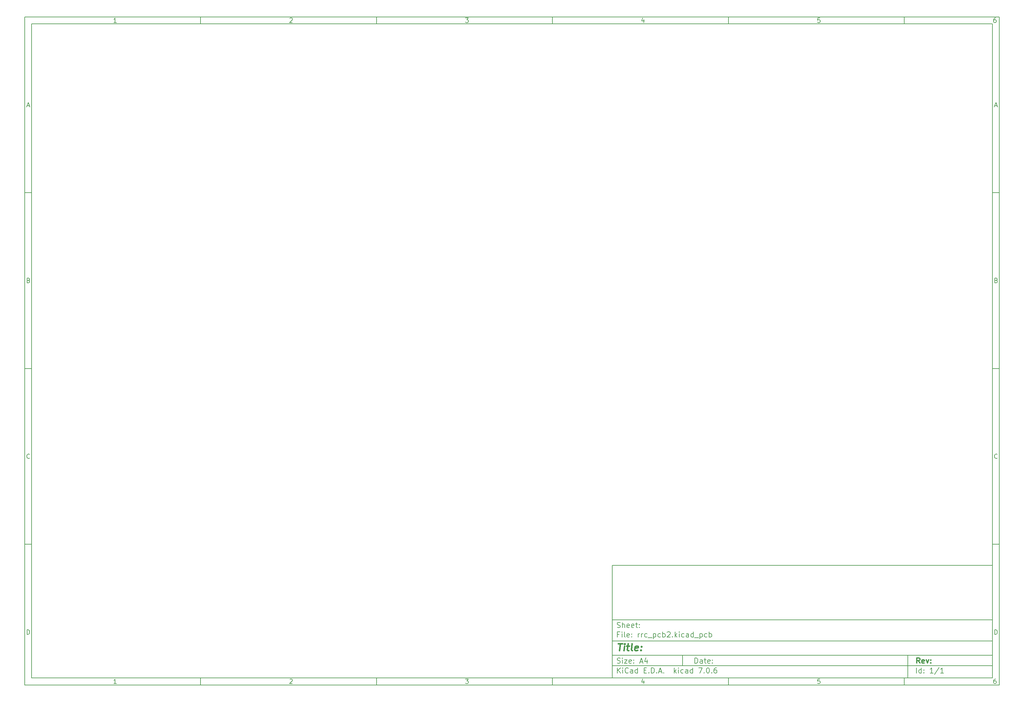
<source format=gbr>
%TF.GenerationSoftware,KiCad,Pcbnew,7.0.6*%
%TF.CreationDate,2023-08-10T16:49:52-04:00*%
%TF.ProjectId,rrc_pcb2,7272635f-7063-4623-922e-6b696361645f,rev?*%
%TF.SameCoordinates,Original*%
%TF.FileFunction,Other,User*%
%FSLAX46Y46*%
G04 Gerber Fmt 4.6, Leading zero omitted, Abs format (unit mm)*
G04 Created by KiCad (PCBNEW 7.0.6) date 2023-08-10 16:49:52*
%MOMM*%
%LPD*%
G01*
G04 APERTURE LIST*
%ADD10C,0.100000*%
%ADD11C,0.150000*%
%ADD12C,0.300000*%
%ADD13C,0.400000*%
G04 APERTURE END LIST*
D10*
D11*
X177002200Y-166007200D02*
X285002200Y-166007200D01*
X285002200Y-198007200D01*
X177002200Y-198007200D01*
X177002200Y-166007200D01*
D10*
D11*
X10000000Y-10000000D02*
X287002200Y-10000000D01*
X287002200Y-200007200D01*
X10000000Y-200007200D01*
X10000000Y-10000000D01*
D10*
D11*
X12000000Y-12000000D02*
X285002200Y-12000000D01*
X285002200Y-198007200D01*
X12000000Y-198007200D01*
X12000000Y-12000000D01*
D10*
D11*
X60000000Y-12000000D02*
X60000000Y-10000000D01*
D10*
D11*
X110000000Y-12000000D02*
X110000000Y-10000000D01*
D10*
D11*
X160000000Y-12000000D02*
X160000000Y-10000000D01*
D10*
D11*
X210000000Y-12000000D02*
X210000000Y-10000000D01*
D10*
D11*
X260000000Y-12000000D02*
X260000000Y-10000000D01*
D10*
D11*
X36089160Y-11593604D02*
X35346303Y-11593604D01*
X35717731Y-11593604D02*
X35717731Y-10293604D01*
X35717731Y-10293604D02*
X35593922Y-10479319D01*
X35593922Y-10479319D02*
X35470112Y-10603128D01*
X35470112Y-10603128D02*
X35346303Y-10665033D01*
D10*
D11*
X85346303Y-10417414D02*
X85408207Y-10355509D01*
X85408207Y-10355509D02*
X85532017Y-10293604D01*
X85532017Y-10293604D02*
X85841541Y-10293604D01*
X85841541Y-10293604D02*
X85965350Y-10355509D01*
X85965350Y-10355509D02*
X86027255Y-10417414D01*
X86027255Y-10417414D02*
X86089160Y-10541223D01*
X86089160Y-10541223D02*
X86089160Y-10665033D01*
X86089160Y-10665033D02*
X86027255Y-10850747D01*
X86027255Y-10850747D02*
X85284398Y-11593604D01*
X85284398Y-11593604D02*
X86089160Y-11593604D01*
D10*
D11*
X135284398Y-10293604D02*
X136089160Y-10293604D01*
X136089160Y-10293604D02*
X135655826Y-10788842D01*
X135655826Y-10788842D02*
X135841541Y-10788842D01*
X135841541Y-10788842D02*
X135965350Y-10850747D01*
X135965350Y-10850747D02*
X136027255Y-10912652D01*
X136027255Y-10912652D02*
X136089160Y-11036461D01*
X136089160Y-11036461D02*
X136089160Y-11345985D01*
X136089160Y-11345985D02*
X136027255Y-11469795D01*
X136027255Y-11469795D02*
X135965350Y-11531700D01*
X135965350Y-11531700D02*
X135841541Y-11593604D01*
X135841541Y-11593604D02*
X135470112Y-11593604D01*
X135470112Y-11593604D02*
X135346303Y-11531700D01*
X135346303Y-11531700D02*
X135284398Y-11469795D01*
D10*
D11*
X185965350Y-10726938D02*
X185965350Y-11593604D01*
X185655826Y-10231700D02*
X185346303Y-11160271D01*
X185346303Y-11160271D02*
X186151064Y-11160271D01*
D10*
D11*
X236027255Y-10293604D02*
X235408207Y-10293604D01*
X235408207Y-10293604D02*
X235346303Y-10912652D01*
X235346303Y-10912652D02*
X235408207Y-10850747D01*
X235408207Y-10850747D02*
X235532017Y-10788842D01*
X235532017Y-10788842D02*
X235841541Y-10788842D01*
X235841541Y-10788842D02*
X235965350Y-10850747D01*
X235965350Y-10850747D02*
X236027255Y-10912652D01*
X236027255Y-10912652D02*
X236089160Y-11036461D01*
X236089160Y-11036461D02*
X236089160Y-11345985D01*
X236089160Y-11345985D02*
X236027255Y-11469795D01*
X236027255Y-11469795D02*
X235965350Y-11531700D01*
X235965350Y-11531700D02*
X235841541Y-11593604D01*
X235841541Y-11593604D02*
X235532017Y-11593604D01*
X235532017Y-11593604D02*
X235408207Y-11531700D01*
X235408207Y-11531700D02*
X235346303Y-11469795D01*
D10*
D11*
X285965350Y-10293604D02*
X285717731Y-10293604D01*
X285717731Y-10293604D02*
X285593922Y-10355509D01*
X285593922Y-10355509D02*
X285532017Y-10417414D01*
X285532017Y-10417414D02*
X285408207Y-10603128D01*
X285408207Y-10603128D02*
X285346303Y-10850747D01*
X285346303Y-10850747D02*
X285346303Y-11345985D01*
X285346303Y-11345985D02*
X285408207Y-11469795D01*
X285408207Y-11469795D02*
X285470112Y-11531700D01*
X285470112Y-11531700D02*
X285593922Y-11593604D01*
X285593922Y-11593604D02*
X285841541Y-11593604D01*
X285841541Y-11593604D02*
X285965350Y-11531700D01*
X285965350Y-11531700D02*
X286027255Y-11469795D01*
X286027255Y-11469795D02*
X286089160Y-11345985D01*
X286089160Y-11345985D02*
X286089160Y-11036461D01*
X286089160Y-11036461D02*
X286027255Y-10912652D01*
X286027255Y-10912652D02*
X285965350Y-10850747D01*
X285965350Y-10850747D02*
X285841541Y-10788842D01*
X285841541Y-10788842D02*
X285593922Y-10788842D01*
X285593922Y-10788842D02*
X285470112Y-10850747D01*
X285470112Y-10850747D02*
X285408207Y-10912652D01*
X285408207Y-10912652D02*
X285346303Y-11036461D01*
D10*
D11*
X60000000Y-198007200D02*
X60000000Y-200007200D01*
D10*
D11*
X110000000Y-198007200D02*
X110000000Y-200007200D01*
D10*
D11*
X160000000Y-198007200D02*
X160000000Y-200007200D01*
D10*
D11*
X210000000Y-198007200D02*
X210000000Y-200007200D01*
D10*
D11*
X260000000Y-198007200D02*
X260000000Y-200007200D01*
D10*
D11*
X36089160Y-199600804D02*
X35346303Y-199600804D01*
X35717731Y-199600804D02*
X35717731Y-198300804D01*
X35717731Y-198300804D02*
X35593922Y-198486519D01*
X35593922Y-198486519D02*
X35470112Y-198610328D01*
X35470112Y-198610328D02*
X35346303Y-198672233D01*
D10*
D11*
X85346303Y-198424614D02*
X85408207Y-198362709D01*
X85408207Y-198362709D02*
X85532017Y-198300804D01*
X85532017Y-198300804D02*
X85841541Y-198300804D01*
X85841541Y-198300804D02*
X85965350Y-198362709D01*
X85965350Y-198362709D02*
X86027255Y-198424614D01*
X86027255Y-198424614D02*
X86089160Y-198548423D01*
X86089160Y-198548423D02*
X86089160Y-198672233D01*
X86089160Y-198672233D02*
X86027255Y-198857947D01*
X86027255Y-198857947D02*
X85284398Y-199600804D01*
X85284398Y-199600804D02*
X86089160Y-199600804D01*
D10*
D11*
X135284398Y-198300804D02*
X136089160Y-198300804D01*
X136089160Y-198300804D02*
X135655826Y-198796042D01*
X135655826Y-198796042D02*
X135841541Y-198796042D01*
X135841541Y-198796042D02*
X135965350Y-198857947D01*
X135965350Y-198857947D02*
X136027255Y-198919852D01*
X136027255Y-198919852D02*
X136089160Y-199043661D01*
X136089160Y-199043661D02*
X136089160Y-199353185D01*
X136089160Y-199353185D02*
X136027255Y-199476995D01*
X136027255Y-199476995D02*
X135965350Y-199538900D01*
X135965350Y-199538900D02*
X135841541Y-199600804D01*
X135841541Y-199600804D02*
X135470112Y-199600804D01*
X135470112Y-199600804D02*
X135346303Y-199538900D01*
X135346303Y-199538900D02*
X135284398Y-199476995D01*
D10*
D11*
X185965350Y-198734138D02*
X185965350Y-199600804D01*
X185655826Y-198238900D02*
X185346303Y-199167471D01*
X185346303Y-199167471D02*
X186151064Y-199167471D01*
D10*
D11*
X236027255Y-198300804D02*
X235408207Y-198300804D01*
X235408207Y-198300804D02*
X235346303Y-198919852D01*
X235346303Y-198919852D02*
X235408207Y-198857947D01*
X235408207Y-198857947D02*
X235532017Y-198796042D01*
X235532017Y-198796042D02*
X235841541Y-198796042D01*
X235841541Y-198796042D02*
X235965350Y-198857947D01*
X235965350Y-198857947D02*
X236027255Y-198919852D01*
X236027255Y-198919852D02*
X236089160Y-199043661D01*
X236089160Y-199043661D02*
X236089160Y-199353185D01*
X236089160Y-199353185D02*
X236027255Y-199476995D01*
X236027255Y-199476995D02*
X235965350Y-199538900D01*
X235965350Y-199538900D02*
X235841541Y-199600804D01*
X235841541Y-199600804D02*
X235532017Y-199600804D01*
X235532017Y-199600804D02*
X235408207Y-199538900D01*
X235408207Y-199538900D02*
X235346303Y-199476995D01*
D10*
D11*
X285965350Y-198300804D02*
X285717731Y-198300804D01*
X285717731Y-198300804D02*
X285593922Y-198362709D01*
X285593922Y-198362709D02*
X285532017Y-198424614D01*
X285532017Y-198424614D02*
X285408207Y-198610328D01*
X285408207Y-198610328D02*
X285346303Y-198857947D01*
X285346303Y-198857947D02*
X285346303Y-199353185D01*
X285346303Y-199353185D02*
X285408207Y-199476995D01*
X285408207Y-199476995D02*
X285470112Y-199538900D01*
X285470112Y-199538900D02*
X285593922Y-199600804D01*
X285593922Y-199600804D02*
X285841541Y-199600804D01*
X285841541Y-199600804D02*
X285965350Y-199538900D01*
X285965350Y-199538900D02*
X286027255Y-199476995D01*
X286027255Y-199476995D02*
X286089160Y-199353185D01*
X286089160Y-199353185D02*
X286089160Y-199043661D01*
X286089160Y-199043661D02*
X286027255Y-198919852D01*
X286027255Y-198919852D02*
X285965350Y-198857947D01*
X285965350Y-198857947D02*
X285841541Y-198796042D01*
X285841541Y-198796042D02*
X285593922Y-198796042D01*
X285593922Y-198796042D02*
X285470112Y-198857947D01*
X285470112Y-198857947D02*
X285408207Y-198919852D01*
X285408207Y-198919852D02*
X285346303Y-199043661D01*
D10*
D11*
X10000000Y-60000000D02*
X12000000Y-60000000D01*
D10*
D11*
X10000000Y-110000000D02*
X12000000Y-110000000D01*
D10*
D11*
X10000000Y-160000000D02*
X12000000Y-160000000D01*
D10*
D11*
X10690476Y-35222176D02*
X11309523Y-35222176D01*
X10566666Y-35593604D02*
X10999999Y-34293604D01*
X10999999Y-34293604D02*
X11433333Y-35593604D01*
D10*
D11*
X11092857Y-84912652D02*
X11278571Y-84974557D01*
X11278571Y-84974557D02*
X11340476Y-85036461D01*
X11340476Y-85036461D02*
X11402380Y-85160271D01*
X11402380Y-85160271D02*
X11402380Y-85345985D01*
X11402380Y-85345985D02*
X11340476Y-85469795D01*
X11340476Y-85469795D02*
X11278571Y-85531700D01*
X11278571Y-85531700D02*
X11154761Y-85593604D01*
X11154761Y-85593604D02*
X10659523Y-85593604D01*
X10659523Y-85593604D02*
X10659523Y-84293604D01*
X10659523Y-84293604D02*
X11092857Y-84293604D01*
X11092857Y-84293604D02*
X11216666Y-84355509D01*
X11216666Y-84355509D02*
X11278571Y-84417414D01*
X11278571Y-84417414D02*
X11340476Y-84541223D01*
X11340476Y-84541223D02*
X11340476Y-84665033D01*
X11340476Y-84665033D02*
X11278571Y-84788842D01*
X11278571Y-84788842D02*
X11216666Y-84850747D01*
X11216666Y-84850747D02*
X11092857Y-84912652D01*
X11092857Y-84912652D02*
X10659523Y-84912652D01*
D10*
D11*
X11402380Y-135469795D02*
X11340476Y-135531700D01*
X11340476Y-135531700D02*
X11154761Y-135593604D01*
X11154761Y-135593604D02*
X11030952Y-135593604D01*
X11030952Y-135593604D02*
X10845238Y-135531700D01*
X10845238Y-135531700D02*
X10721428Y-135407890D01*
X10721428Y-135407890D02*
X10659523Y-135284080D01*
X10659523Y-135284080D02*
X10597619Y-135036461D01*
X10597619Y-135036461D02*
X10597619Y-134850747D01*
X10597619Y-134850747D02*
X10659523Y-134603128D01*
X10659523Y-134603128D02*
X10721428Y-134479319D01*
X10721428Y-134479319D02*
X10845238Y-134355509D01*
X10845238Y-134355509D02*
X11030952Y-134293604D01*
X11030952Y-134293604D02*
X11154761Y-134293604D01*
X11154761Y-134293604D02*
X11340476Y-134355509D01*
X11340476Y-134355509D02*
X11402380Y-134417414D01*
D10*
D11*
X10659523Y-185593604D02*
X10659523Y-184293604D01*
X10659523Y-184293604D02*
X10969047Y-184293604D01*
X10969047Y-184293604D02*
X11154761Y-184355509D01*
X11154761Y-184355509D02*
X11278571Y-184479319D01*
X11278571Y-184479319D02*
X11340476Y-184603128D01*
X11340476Y-184603128D02*
X11402380Y-184850747D01*
X11402380Y-184850747D02*
X11402380Y-185036461D01*
X11402380Y-185036461D02*
X11340476Y-185284080D01*
X11340476Y-185284080D02*
X11278571Y-185407890D01*
X11278571Y-185407890D02*
X11154761Y-185531700D01*
X11154761Y-185531700D02*
X10969047Y-185593604D01*
X10969047Y-185593604D02*
X10659523Y-185593604D01*
D10*
D11*
X287002200Y-60000000D02*
X285002200Y-60000000D01*
D10*
D11*
X287002200Y-110000000D02*
X285002200Y-110000000D01*
D10*
D11*
X287002200Y-160000000D02*
X285002200Y-160000000D01*
D10*
D11*
X285692676Y-35222176D02*
X286311723Y-35222176D01*
X285568866Y-35593604D02*
X286002199Y-34293604D01*
X286002199Y-34293604D02*
X286435533Y-35593604D01*
D10*
D11*
X286095057Y-84912652D02*
X286280771Y-84974557D01*
X286280771Y-84974557D02*
X286342676Y-85036461D01*
X286342676Y-85036461D02*
X286404580Y-85160271D01*
X286404580Y-85160271D02*
X286404580Y-85345985D01*
X286404580Y-85345985D02*
X286342676Y-85469795D01*
X286342676Y-85469795D02*
X286280771Y-85531700D01*
X286280771Y-85531700D02*
X286156961Y-85593604D01*
X286156961Y-85593604D02*
X285661723Y-85593604D01*
X285661723Y-85593604D02*
X285661723Y-84293604D01*
X285661723Y-84293604D02*
X286095057Y-84293604D01*
X286095057Y-84293604D02*
X286218866Y-84355509D01*
X286218866Y-84355509D02*
X286280771Y-84417414D01*
X286280771Y-84417414D02*
X286342676Y-84541223D01*
X286342676Y-84541223D02*
X286342676Y-84665033D01*
X286342676Y-84665033D02*
X286280771Y-84788842D01*
X286280771Y-84788842D02*
X286218866Y-84850747D01*
X286218866Y-84850747D02*
X286095057Y-84912652D01*
X286095057Y-84912652D02*
X285661723Y-84912652D01*
D10*
D11*
X286404580Y-135469795D02*
X286342676Y-135531700D01*
X286342676Y-135531700D02*
X286156961Y-135593604D01*
X286156961Y-135593604D02*
X286033152Y-135593604D01*
X286033152Y-135593604D02*
X285847438Y-135531700D01*
X285847438Y-135531700D02*
X285723628Y-135407890D01*
X285723628Y-135407890D02*
X285661723Y-135284080D01*
X285661723Y-135284080D02*
X285599819Y-135036461D01*
X285599819Y-135036461D02*
X285599819Y-134850747D01*
X285599819Y-134850747D02*
X285661723Y-134603128D01*
X285661723Y-134603128D02*
X285723628Y-134479319D01*
X285723628Y-134479319D02*
X285847438Y-134355509D01*
X285847438Y-134355509D02*
X286033152Y-134293604D01*
X286033152Y-134293604D02*
X286156961Y-134293604D01*
X286156961Y-134293604D02*
X286342676Y-134355509D01*
X286342676Y-134355509D02*
X286404580Y-134417414D01*
D10*
D11*
X285661723Y-185593604D02*
X285661723Y-184293604D01*
X285661723Y-184293604D02*
X285971247Y-184293604D01*
X285971247Y-184293604D02*
X286156961Y-184355509D01*
X286156961Y-184355509D02*
X286280771Y-184479319D01*
X286280771Y-184479319D02*
X286342676Y-184603128D01*
X286342676Y-184603128D02*
X286404580Y-184850747D01*
X286404580Y-184850747D02*
X286404580Y-185036461D01*
X286404580Y-185036461D02*
X286342676Y-185284080D01*
X286342676Y-185284080D02*
X286280771Y-185407890D01*
X286280771Y-185407890D02*
X286156961Y-185531700D01*
X286156961Y-185531700D02*
X285971247Y-185593604D01*
X285971247Y-185593604D02*
X285661723Y-185593604D01*
D10*
D11*
X200458026Y-193793328D02*
X200458026Y-192293328D01*
X200458026Y-192293328D02*
X200815169Y-192293328D01*
X200815169Y-192293328D02*
X201029455Y-192364757D01*
X201029455Y-192364757D02*
X201172312Y-192507614D01*
X201172312Y-192507614D02*
X201243741Y-192650471D01*
X201243741Y-192650471D02*
X201315169Y-192936185D01*
X201315169Y-192936185D02*
X201315169Y-193150471D01*
X201315169Y-193150471D02*
X201243741Y-193436185D01*
X201243741Y-193436185D02*
X201172312Y-193579042D01*
X201172312Y-193579042D02*
X201029455Y-193721900D01*
X201029455Y-193721900D02*
X200815169Y-193793328D01*
X200815169Y-193793328D02*
X200458026Y-193793328D01*
X202600884Y-193793328D02*
X202600884Y-193007614D01*
X202600884Y-193007614D02*
X202529455Y-192864757D01*
X202529455Y-192864757D02*
X202386598Y-192793328D01*
X202386598Y-192793328D02*
X202100884Y-192793328D01*
X202100884Y-192793328D02*
X201958026Y-192864757D01*
X202600884Y-193721900D02*
X202458026Y-193793328D01*
X202458026Y-193793328D02*
X202100884Y-193793328D01*
X202100884Y-193793328D02*
X201958026Y-193721900D01*
X201958026Y-193721900D02*
X201886598Y-193579042D01*
X201886598Y-193579042D02*
X201886598Y-193436185D01*
X201886598Y-193436185D02*
X201958026Y-193293328D01*
X201958026Y-193293328D02*
X202100884Y-193221900D01*
X202100884Y-193221900D02*
X202458026Y-193221900D01*
X202458026Y-193221900D02*
X202600884Y-193150471D01*
X203100884Y-192793328D02*
X203672312Y-192793328D01*
X203315169Y-192293328D02*
X203315169Y-193579042D01*
X203315169Y-193579042D02*
X203386598Y-193721900D01*
X203386598Y-193721900D02*
X203529455Y-193793328D01*
X203529455Y-193793328D02*
X203672312Y-193793328D01*
X204743741Y-193721900D02*
X204600884Y-193793328D01*
X204600884Y-193793328D02*
X204315170Y-193793328D01*
X204315170Y-193793328D02*
X204172312Y-193721900D01*
X204172312Y-193721900D02*
X204100884Y-193579042D01*
X204100884Y-193579042D02*
X204100884Y-193007614D01*
X204100884Y-193007614D02*
X204172312Y-192864757D01*
X204172312Y-192864757D02*
X204315170Y-192793328D01*
X204315170Y-192793328D02*
X204600884Y-192793328D01*
X204600884Y-192793328D02*
X204743741Y-192864757D01*
X204743741Y-192864757D02*
X204815170Y-193007614D01*
X204815170Y-193007614D02*
X204815170Y-193150471D01*
X204815170Y-193150471D02*
X204100884Y-193293328D01*
X205458026Y-193650471D02*
X205529455Y-193721900D01*
X205529455Y-193721900D02*
X205458026Y-193793328D01*
X205458026Y-193793328D02*
X205386598Y-193721900D01*
X205386598Y-193721900D02*
X205458026Y-193650471D01*
X205458026Y-193650471D02*
X205458026Y-193793328D01*
X205458026Y-192864757D02*
X205529455Y-192936185D01*
X205529455Y-192936185D02*
X205458026Y-193007614D01*
X205458026Y-193007614D02*
X205386598Y-192936185D01*
X205386598Y-192936185D02*
X205458026Y-192864757D01*
X205458026Y-192864757D02*
X205458026Y-193007614D01*
D10*
D11*
X177002200Y-194507200D02*
X285002200Y-194507200D01*
D10*
D11*
X178458026Y-196593328D02*
X178458026Y-195093328D01*
X179315169Y-196593328D02*
X178672312Y-195736185D01*
X179315169Y-195093328D02*
X178458026Y-195950471D01*
X179958026Y-196593328D02*
X179958026Y-195593328D01*
X179958026Y-195093328D02*
X179886598Y-195164757D01*
X179886598Y-195164757D02*
X179958026Y-195236185D01*
X179958026Y-195236185D02*
X180029455Y-195164757D01*
X180029455Y-195164757D02*
X179958026Y-195093328D01*
X179958026Y-195093328D02*
X179958026Y-195236185D01*
X181529455Y-196450471D02*
X181458027Y-196521900D01*
X181458027Y-196521900D02*
X181243741Y-196593328D01*
X181243741Y-196593328D02*
X181100884Y-196593328D01*
X181100884Y-196593328D02*
X180886598Y-196521900D01*
X180886598Y-196521900D02*
X180743741Y-196379042D01*
X180743741Y-196379042D02*
X180672312Y-196236185D01*
X180672312Y-196236185D02*
X180600884Y-195950471D01*
X180600884Y-195950471D02*
X180600884Y-195736185D01*
X180600884Y-195736185D02*
X180672312Y-195450471D01*
X180672312Y-195450471D02*
X180743741Y-195307614D01*
X180743741Y-195307614D02*
X180886598Y-195164757D01*
X180886598Y-195164757D02*
X181100884Y-195093328D01*
X181100884Y-195093328D02*
X181243741Y-195093328D01*
X181243741Y-195093328D02*
X181458027Y-195164757D01*
X181458027Y-195164757D02*
X181529455Y-195236185D01*
X182815170Y-196593328D02*
X182815170Y-195807614D01*
X182815170Y-195807614D02*
X182743741Y-195664757D01*
X182743741Y-195664757D02*
X182600884Y-195593328D01*
X182600884Y-195593328D02*
X182315170Y-195593328D01*
X182315170Y-195593328D02*
X182172312Y-195664757D01*
X182815170Y-196521900D02*
X182672312Y-196593328D01*
X182672312Y-196593328D02*
X182315170Y-196593328D01*
X182315170Y-196593328D02*
X182172312Y-196521900D01*
X182172312Y-196521900D02*
X182100884Y-196379042D01*
X182100884Y-196379042D02*
X182100884Y-196236185D01*
X182100884Y-196236185D02*
X182172312Y-196093328D01*
X182172312Y-196093328D02*
X182315170Y-196021900D01*
X182315170Y-196021900D02*
X182672312Y-196021900D01*
X182672312Y-196021900D02*
X182815170Y-195950471D01*
X184172313Y-196593328D02*
X184172313Y-195093328D01*
X184172313Y-196521900D02*
X184029455Y-196593328D01*
X184029455Y-196593328D02*
X183743741Y-196593328D01*
X183743741Y-196593328D02*
X183600884Y-196521900D01*
X183600884Y-196521900D02*
X183529455Y-196450471D01*
X183529455Y-196450471D02*
X183458027Y-196307614D01*
X183458027Y-196307614D02*
X183458027Y-195879042D01*
X183458027Y-195879042D02*
X183529455Y-195736185D01*
X183529455Y-195736185D02*
X183600884Y-195664757D01*
X183600884Y-195664757D02*
X183743741Y-195593328D01*
X183743741Y-195593328D02*
X184029455Y-195593328D01*
X184029455Y-195593328D02*
X184172313Y-195664757D01*
X186029455Y-195807614D02*
X186529455Y-195807614D01*
X186743741Y-196593328D02*
X186029455Y-196593328D01*
X186029455Y-196593328D02*
X186029455Y-195093328D01*
X186029455Y-195093328D02*
X186743741Y-195093328D01*
X187386598Y-196450471D02*
X187458027Y-196521900D01*
X187458027Y-196521900D02*
X187386598Y-196593328D01*
X187386598Y-196593328D02*
X187315170Y-196521900D01*
X187315170Y-196521900D02*
X187386598Y-196450471D01*
X187386598Y-196450471D02*
X187386598Y-196593328D01*
X188100884Y-196593328D02*
X188100884Y-195093328D01*
X188100884Y-195093328D02*
X188458027Y-195093328D01*
X188458027Y-195093328D02*
X188672313Y-195164757D01*
X188672313Y-195164757D02*
X188815170Y-195307614D01*
X188815170Y-195307614D02*
X188886599Y-195450471D01*
X188886599Y-195450471D02*
X188958027Y-195736185D01*
X188958027Y-195736185D02*
X188958027Y-195950471D01*
X188958027Y-195950471D02*
X188886599Y-196236185D01*
X188886599Y-196236185D02*
X188815170Y-196379042D01*
X188815170Y-196379042D02*
X188672313Y-196521900D01*
X188672313Y-196521900D02*
X188458027Y-196593328D01*
X188458027Y-196593328D02*
X188100884Y-196593328D01*
X189600884Y-196450471D02*
X189672313Y-196521900D01*
X189672313Y-196521900D02*
X189600884Y-196593328D01*
X189600884Y-196593328D02*
X189529456Y-196521900D01*
X189529456Y-196521900D02*
X189600884Y-196450471D01*
X189600884Y-196450471D02*
X189600884Y-196593328D01*
X190243742Y-196164757D02*
X190958028Y-196164757D01*
X190100885Y-196593328D02*
X190600885Y-195093328D01*
X190600885Y-195093328D02*
X191100885Y-196593328D01*
X191600884Y-196450471D02*
X191672313Y-196521900D01*
X191672313Y-196521900D02*
X191600884Y-196593328D01*
X191600884Y-196593328D02*
X191529456Y-196521900D01*
X191529456Y-196521900D02*
X191600884Y-196450471D01*
X191600884Y-196450471D02*
X191600884Y-196593328D01*
X194600884Y-196593328D02*
X194600884Y-195093328D01*
X194743742Y-196021900D02*
X195172313Y-196593328D01*
X195172313Y-195593328D02*
X194600884Y-196164757D01*
X195815170Y-196593328D02*
X195815170Y-195593328D01*
X195815170Y-195093328D02*
X195743742Y-195164757D01*
X195743742Y-195164757D02*
X195815170Y-195236185D01*
X195815170Y-195236185D02*
X195886599Y-195164757D01*
X195886599Y-195164757D02*
X195815170Y-195093328D01*
X195815170Y-195093328D02*
X195815170Y-195236185D01*
X197172314Y-196521900D02*
X197029456Y-196593328D01*
X197029456Y-196593328D02*
X196743742Y-196593328D01*
X196743742Y-196593328D02*
X196600885Y-196521900D01*
X196600885Y-196521900D02*
X196529456Y-196450471D01*
X196529456Y-196450471D02*
X196458028Y-196307614D01*
X196458028Y-196307614D02*
X196458028Y-195879042D01*
X196458028Y-195879042D02*
X196529456Y-195736185D01*
X196529456Y-195736185D02*
X196600885Y-195664757D01*
X196600885Y-195664757D02*
X196743742Y-195593328D01*
X196743742Y-195593328D02*
X197029456Y-195593328D01*
X197029456Y-195593328D02*
X197172314Y-195664757D01*
X198458028Y-196593328D02*
X198458028Y-195807614D01*
X198458028Y-195807614D02*
X198386599Y-195664757D01*
X198386599Y-195664757D02*
X198243742Y-195593328D01*
X198243742Y-195593328D02*
X197958028Y-195593328D01*
X197958028Y-195593328D02*
X197815170Y-195664757D01*
X198458028Y-196521900D02*
X198315170Y-196593328D01*
X198315170Y-196593328D02*
X197958028Y-196593328D01*
X197958028Y-196593328D02*
X197815170Y-196521900D01*
X197815170Y-196521900D02*
X197743742Y-196379042D01*
X197743742Y-196379042D02*
X197743742Y-196236185D01*
X197743742Y-196236185D02*
X197815170Y-196093328D01*
X197815170Y-196093328D02*
X197958028Y-196021900D01*
X197958028Y-196021900D02*
X198315170Y-196021900D01*
X198315170Y-196021900D02*
X198458028Y-195950471D01*
X199815171Y-196593328D02*
X199815171Y-195093328D01*
X199815171Y-196521900D02*
X199672313Y-196593328D01*
X199672313Y-196593328D02*
X199386599Y-196593328D01*
X199386599Y-196593328D02*
X199243742Y-196521900D01*
X199243742Y-196521900D02*
X199172313Y-196450471D01*
X199172313Y-196450471D02*
X199100885Y-196307614D01*
X199100885Y-196307614D02*
X199100885Y-195879042D01*
X199100885Y-195879042D02*
X199172313Y-195736185D01*
X199172313Y-195736185D02*
X199243742Y-195664757D01*
X199243742Y-195664757D02*
X199386599Y-195593328D01*
X199386599Y-195593328D02*
X199672313Y-195593328D01*
X199672313Y-195593328D02*
X199815171Y-195664757D01*
X201529456Y-195093328D02*
X202529456Y-195093328D01*
X202529456Y-195093328D02*
X201886599Y-196593328D01*
X203100884Y-196450471D02*
X203172313Y-196521900D01*
X203172313Y-196521900D02*
X203100884Y-196593328D01*
X203100884Y-196593328D02*
X203029456Y-196521900D01*
X203029456Y-196521900D02*
X203100884Y-196450471D01*
X203100884Y-196450471D02*
X203100884Y-196593328D01*
X204100885Y-195093328D02*
X204243742Y-195093328D01*
X204243742Y-195093328D02*
X204386599Y-195164757D01*
X204386599Y-195164757D02*
X204458028Y-195236185D01*
X204458028Y-195236185D02*
X204529456Y-195379042D01*
X204529456Y-195379042D02*
X204600885Y-195664757D01*
X204600885Y-195664757D02*
X204600885Y-196021900D01*
X204600885Y-196021900D02*
X204529456Y-196307614D01*
X204529456Y-196307614D02*
X204458028Y-196450471D01*
X204458028Y-196450471D02*
X204386599Y-196521900D01*
X204386599Y-196521900D02*
X204243742Y-196593328D01*
X204243742Y-196593328D02*
X204100885Y-196593328D01*
X204100885Y-196593328D02*
X203958028Y-196521900D01*
X203958028Y-196521900D02*
X203886599Y-196450471D01*
X203886599Y-196450471D02*
X203815170Y-196307614D01*
X203815170Y-196307614D02*
X203743742Y-196021900D01*
X203743742Y-196021900D02*
X203743742Y-195664757D01*
X203743742Y-195664757D02*
X203815170Y-195379042D01*
X203815170Y-195379042D02*
X203886599Y-195236185D01*
X203886599Y-195236185D02*
X203958028Y-195164757D01*
X203958028Y-195164757D02*
X204100885Y-195093328D01*
X205243741Y-196450471D02*
X205315170Y-196521900D01*
X205315170Y-196521900D02*
X205243741Y-196593328D01*
X205243741Y-196593328D02*
X205172313Y-196521900D01*
X205172313Y-196521900D02*
X205243741Y-196450471D01*
X205243741Y-196450471D02*
X205243741Y-196593328D01*
X206600885Y-195093328D02*
X206315170Y-195093328D01*
X206315170Y-195093328D02*
X206172313Y-195164757D01*
X206172313Y-195164757D02*
X206100885Y-195236185D01*
X206100885Y-195236185D02*
X205958027Y-195450471D01*
X205958027Y-195450471D02*
X205886599Y-195736185D01*
X205886599Y-195736185D02*
X205886599Y-196307614D01*
X205886599Y-196307614D02*
X205958027Y-196450471D01*
X205958027Y-196450471D02*
X206029456Y-196521900D01*
X206029456Y-196521900D02*
X206172313Y-196593328D01*
X206172313Y-196593328D02*
X206458027Y-196593328D01*
X206458027Y-196593328D02*
X206600885Y-196521900D01*
X206600885Y-196521900D02*
X206672313Y-196450471D01*
X206672313Y-196450471D02*
X206743742Y-196307614D01*
X206743742Y-196307614D02*
X206743742Y-195950471D01*
X206743742Y-195950471D02*
X206672313Y-195807614D01*
X206672313Y-195807614D02*
X206600885Y-195736185D01*
X206600885Y-195736185D02*
X206458027Y-195664757D01*
X206458027Y-195664757D02*
X206172313Y-195664757D01*
X206172313Y-195664757D02*
X206029456Y-195736185D01*
X206029456Y-195736185D02*
X205958027Y-195807614D01*
X205958027Y-195807614D02*
X205886599Y-195950471D01*
D10*
D11*
X177002200Y-191507200D02*
X285002200Y-191507200D01*
D10*
D12*
X264413853Y-193785528D02*
X263913853Y-193071242D01*
X263556710Y-193785528D02*
X263556710Y-192285528D01*
X263556710Y-192285528D02*
X264128139Y-192285528D01*
X264128139Y-192285528D02*
X264270996Y-192356957D01*
X264270996Y-192356957D02*
X264342425Y-192428385D01*
X264342425Y-192428385D02*
X264413853Y-192571242D01*
X264413853Y-192571242D02*
X264413853Y-192785528D01*
X264413853Y-192785528D02*
X264342425Y-192928385D01*
X264342425Y-192928385D02*
X264270996Y-192999814D01*
X264270996Y-192999814D02*
X264128139Y-193071242D01*
X264128139Y-193071242D02*
X263556710Y-193071242D01*
X265628139Y-193714100D02*
X265485282Y-193785528D01*
X265485282Y-193785528D02*
X265199568Y-193785528D01*
X265199568Y-193785528D02*
X265056710Y-193714100D01*
X265056710Y-193714100D02*
X264985282Y-193571242D01*
X264985282Y-193571242D02*
X264985282Y-192999814D01*
X264985282Y-192999814D02*
X265056710Y-192856957D01*
X265056710Y-192856957D02*
X265199568Y-192785528D01*
X265199568Y-192785528D02*
X265485282Y-192785528D01*
X265485282Y-192785528D02*
X265628139Y-192856957D01*
X265628139Y-192856957D02*
X265699568Y-192999814D01*
X265699568Y-192999814D02*
X265699568Y-193142671D01*
X265699568Y-193142671D02*
X264985282Y-193285528D01*
X266199567Y-192785528D02*
X266556710Y-193785528D01*
X266556710Y-193785528D02*
X266913853Y-192785528D01*
X267485281Y-193642671D02*
X267556710Y-193714100D01*
X267556710Y-193714100D02*
X267485281Y-193785528D01*
X267485281Y-193785528D02*
X267413853Y-193714100D01*
X267413853Y-193714100D02*
X267485281Y-193642671D01*
X267485281Y-193642671D02*
X267485281Y-193785528D01*
X267485281Y-192856957D02*
X267556710Y-192928385D01*
X267556710Y-192928385D02*
X267485281Y-192999814D01*
X267485281Y-192999814D02*
X267413853Y-192928385D01*
X267413853Y-192928385D02*
X267485281Y-192856957D01*
X267485281Y-192856957D02*
X267485281Y-192999814D01*
D10*
D11*
X178386598Y-193721900D02*
X178600884Y-193793328D01*
X178600884Y-193793328D02*
X178958026Y-193793328D01*
X178958026Y-193793328D02*
X179100884Y-193721900D01*
X179100884Y-193721900D02*
X179172312Y-193650471D01*
X179172312Y-193650471D02*
X179243741Y-193507614D01*
X179243741Y-193507614D02*
X179243741Y-193364757D01*
X179243741Y-193364757D02*
X179172312Y-193221900D01*
X179172312Y-193221900D02*
X179100884Y-193150471D01*
X179100884Y-193150471D02*
X178958026Y-193079042D01*
X178958026Y-193079042D02*
X178672312Y-193007614D01*
X178672312Y-193007614D02*
X178529455Y-192936185D01*
X178529455Y-192936185D02*
X178458026Y-192864757D01*
X178458026Y-192864757D02*
X178386598Y-192721900D01*
X178386598Y-192721900D02*
X178386598Y-192579042D01*
X178386598Y-192579042D02*
X178458026Y-192436185D01*
X178458026Y-192436185D02*
X178529455Y-192364757D01*
X178529455Y-192364757D02*
X178672312Y-192293328D01*
X178672312Y-192293328D02*
X179029455Y-192293328D01*
X179029455Y-192293328D02*
X179243741Y-192364757D01*
X179886597Y-193793328D02*
X179886597Y-192793328D01*
X179886597Y-192293328D02*
X179815169Y-192364757D01*
X179815169Y-192364757D02*
X179886597Y-192436185D01*
X179886597Y-192436185D02*
X179958026Y-192364757D01*
X179958026Y-192364757D02*
X179886597Y-192293328D01*
X179886597Y-192293328D02*
X179886597Y-192436185D01*
X180458026Y-192793328D02*
X181243741Y-192793328D01*
X181243741Y-192793328D02*
X180458026Y-193793328D01*
X180458026Y-193793328D02*
X181243741Y-193793328D01*
X182386598Y-193721900D02*
X182243741Y-193793328D01*
X182243741Y-193793328D02*
X181958027Y-193793328D01*
X181958027Y-193793328D02*
X181815169Y-193721900D01*
X181815169Y-193721900D02*
X181743741Y-193579042D01*
X181743741Y-193579042D02*
X181743741Y-193007614D01*
X181743741Y-193007614D02*
X181815169Y-192864757D01*
X181815169Y-192864757D02*
X181958027Y-192793328D01*
X181958027Y-192793328D02*
X182243741Y-192793328D01*
X182243741Y-192793328D02*
X182386598Y-192864757D01*
X182386598Y-192864757D02*
X182458027Y-193007614D01*
X182458027Y-193007614D02*
X182458027Y-193150471D01*
X182458027Y-193150471D02*
X181743741Y-193293328D01*
X183100883Y-193650471D02*
X183172312Y-193721900D01*
X183172312Y-193721900D02*
X183100883Y-193793328D01*
X183100883Y-193793328D02*
X183029455Y-193721900D01*
X183029455Y-193721900D02*
X183100883Y-193650471D01*
X183100883Y-193650471D02*
X183100883Y-193793328D01*
X183100883Y-192864757D02*
X183172312Y-192936185D01*
X183172312Y-192936185D02*
X183100883Y-193007614D01*
X183100883Y-193007614D02*
X183029455Y-192936185D01*
X183029455Y-192936185D02*
X183100883Y-192864757D01*
X183100883Y-192864757D02*
X183100883Y-193007614D01*
X184886598Y-193364757D02*
X185600884Y-193364757D01*
X184743741Y-193793328D02*
X185243741Y-192293328D01*
X185243741Y-192293328D02*
X185743741Y-193793328D01*
X186886598Y-192793328D02*
X186886598Y-193793328D01*
X186529455Y-192221900D02*
X186172312Y-193293328D01*
X186172312Y-193293328D02*
X187100883Y-193293328D01*
D10*
D11*
X263458026Y-196593328D02*
X263458026Y-195093328D01*
X264815170Y-196593328D02*
X264815170Y-195093328D01*
X264815170Y-196521900D02*
X264672312Y-196593328D01*
X264672312Y-196593328D02*
X264386598Y-196593328D01*
X264386598Y-196593328D02*
X264243741Y-196521900D01*
X264243741Y-196521900D02*
X264172312Y-196450471D01*
X264172312Y-196450471D02*
X264100884Y-196307614D01*
X264100884Y-196307614D02*
X264100884Y-195879042D01*
X264100884Y-195879042D02*
X264172312Y-195736185D01*
X264172312Y-195736185D02*
X264243741Y-195664757D01*
X264243741Y-195664757D02*
X264386598Y-195593328D01*
X264386598Y-195593328D02*
X264672312Y-195593328D01*
X264672312Y-195593328D02*
X264815170Y-195664757D01*
X265529455Y-196450471D02*
X265600884Y-196521900D01*
X265600884Y-196521900D02*
X265529455Y-196593328D01*
X265529455Y-196593328D02*
X265458027Y-196521900D01*
X265458027Y-196521900D02*
X265529455Y-196450471D01*
X265529455Y-196450471D02*
X265529455Y-196593328D01*
X265529455Y-195664757D02*
X265600884Y-195736185D01*
X265600884Y-195736185D02*
X265529455Y-195807614D01*
X265529455Y-195807614D02*
X265458027Y-195736185D01*
X265458027Y-195736185D02*
X265529455Y-195664757D01*
X265529455Y-195664757D02*
X265529455Y-195807614D01*
X268172313Y-196593328D02*
X267315170Y-196593328D01*
X267743741Y-196593328D02*
X267743741Y-195093328D01*
X267743741Y-195093328D02*
X267600884Y-195307614D01*
X267600884Y-195307614D02*
X267458027Y-195450471D01*
X267458027Y-195450471D02*
X267315170Y-195521900D01*
X269886598Y-195021900D02*
X268600884Y-196950471D01*
X271172313Y-196593328D02*
X270315170Y-196593328D01*
X270743741Y-196593328D02*
X270743741Y-195093328D01*
X270743741Y-195093328D02*
X270600884Y-195307614D01*
X270600884Y-195307614D02*
X270458027Y-195450471D01*
X270458027Y-195450471D02*
X270315170Y-195521900D01*
D10*
D11*
X177002200Y-187507200D02*
X285002200Y-187507200D01*
D10*
D13*
X178693928Y-188211638D02*
X179836785Y-188211638D01*
X179015357Y-190211638D02*
X179265357Y-188211638D01*
X180253452Y-190211638D02*
X180420119Y-188878304D01*
X180503452Y-188211638D02*
X180396309Y-188306876D01*
X180396309Y-188306876D02*
X180479643Y-188402114D01*
X180479643Y-188402114D02*
X180586786Y-188306876D01*
X180586786Y-188306876D02*
X180503452Y-188211638D01*
X180503452Y-188211638D02*
X180479643Y-188402114D01*
X181086786Y-188878304D02*
X181848690Y-188878304D01*
X181455833Y-188211638D02*
X181241548Y-189925923D01*
X181241548Y-189925923D02*
X181312976Y-190116400D01*
X181312976Y-190116400D02*
X181491548Y-190211638D01*
X181491548Y-190211638D02*
X181682024Y-190211638D01*
X182634405Y-190211638D02*
X182455833Y-190116400D01*
X182455833Y-190116400D02*
X182384405Y-189925923D01*
X182384405Y-189925923D02*
X182598690Y-188211638D01*
X184170119Y-190116400D02*
X183967738Y-190211638D01*
X183967738Y-190211638D02*
X183586785Y-190211638D01*
X183586785Y-190211638D02*
X183408214Y-190116400D01*
X183408214Y-190116400D02*
X183336785Y-189925923D01*
X183336785Y-189925923D02*
X183432024Y-189164019D01*
X183432024Y-189164019D02*
X183551071Y-188973542D01*
X183551071Y-188973542D02*
X183753452Y-188878304D01*
X183753452Y-188878304D02*
X184134404Y-188878304D01*
X184134404Y-188878304D02*
X184312976Y-188973542D01*
X184312976Y-188973542D02*
X184384404Y-189164019D01*
X184384404Y-189164019D02*
X184360595Y-189354495D01*
X184360595Y-189354495D02*
X183384404Y-189544971D01*
X185134405Y-190021161D02*
X185217738Y-190116400D01*
X185217738Y-190116400D02*
X185110595Y-190211638D01*
X185110595Y-190211638D02*
X185027262Y-190116400D01*
X185027262Y-190116400D02*
X185134405Y-190021161D01*
X185134405Y-190021161D02*
X185110595Y-190211638D01*
X185265357Y-188973542D02*
X185348690Y-189068780D01*
X185348690Y-189068780D02*
X185241548Y-189164019D01*
X185241548Y-189164019D02*
X185158214Y-189068780D01*
X185158214Y-189068780D02*
X185265357Y-188973542D01*
X185265357Y-188973542D02*
X185241548Y-189164019D01*
D10*
D11*
X178958026Y-185607614D02*
X178458026Y-185607614D01*
X178458026Y-186393328D02*
X178458026Y-184893328D01*
X178458026Y-184893328D02*
X179172312Y-184893328D01*
X179743740Y-186393328D02*
X179743740Y-185393328D01*
X179743740Y-184893328D02*
X179672312Y-184964757D01*
X179672312Y-184964757D02*
X179743740Y-185036185D01*
X179743740Y-185036185D02*
X179815169Y-184964757D01*
X179815169Y-184964757D02*
X179743740Y-184893328D01*
X179743740Y-184893328D02*
X179743740Y-185036185D01*
X180672312Y-186393328D02*
X180529455Y-186321900D01*
X180529455Y-186321900D02*
X180458026Y-186179042D01*
X180458026Y-186179042D02*
X180458026Y-184893328D01*
X181815169Y-186321900D02*
X181672312Y-186393328D01*
X181672312Y-186393328D02*
X181386598Y-186393328D01*
X181386598Y-186393328D02*
X181243740Y-186321900D01*
X181243740Y-186321900D02*
X181172312Y-186179042D01*
X181172312Y-186179042D02*
X181172312Y-185607614D01*
X181172312Y-185607614D02*
X181243740Y-185464757D01*
X181243740Y-185464757D02*
X181386598Y-185393328D01*
X181386598Y-185393328D02*
X181672312Y-185393328D01*
X181672312Y-185393328D02*
X181815169Y-185464757D01*
X181815169Y-185464757D02*
X181886598Y-185607614D01*
X181886598Y-185607614D02*
X181886598Y-185750471D01*
X181886598Y-185750471D02*
X181172312Y-185893328D01*
X182529454Y-186250471D02*
X182600883Y-186321900D01*
X182600883Y-186321900D02*
X182529454Y-186393328D01*
X182529454Y-186393328D02*
X182458026Y-186321900D01*
X182458026Y-186321900D02*
X182529454Y-186250471D01*
X182529454Y-186250471D02*
X182529454Y-186393328D01*
X182529454Y-185464757D02*
X182600883Y-185536185D01*
X182600883Y-185536185D02*
X182529454Y-185607614D01*
X182529454Y-185607614D02*
X182458026Y-185536185D01*
X182458026Y-185536185D02*
X182529454Y-185464757D01*
X182529454Y-185464757D02*
X182529454Y-185607614D01*
X184386597Y-186393328D02*
X184386597Y-185393328D01*
X184386597Y-185679042D02*
X184458026Y-185536185D01*
X184458026Y-185536185D02*
X184529455Y-185464757D01*
X184529455Y-185464757D02*
X184672312Y-185393328D01*
X184672312Y-185393328D02*
X184815169Y-185393328D01*
X185315168Y-186393328D02*
X185315168Y-185393328D01*
X185315168Y-185679042D02*
X185386597Y-185536185D01*
X185386597Y-185536185D02*
X185458026Y-185464757D01*
X185458026Y-185464757D02*
X185600883Y-185393328D01*
X185600883Y-185393328D02*
X185743740Y-185393328D01*
X186886597Y-186321900D02*
X186743739Y-186393328D01*
X186743739Y-186393328D02*
X186458025Y-186393328D01*
X186458025Y-186393328D02*
X186315168Y-186321900D01*
X186315168Y-186321900D02*
X186243739Y-186250471D01*
X186243739Y-186250471D02*
X186172311Y-186107614D01*
X186172311Y-186107614D02*
X186172311Y-185679042D01*
X186172311Y-185679042D02*
X186243739Y-185536185D01*
X186243739Y-185536185D02*
X186315168Y-185464757D01*
X186315168Y-185464757D02*
X186458025Y-185393328D01*
X186458025Y-185393328D02*
X186743739Y-185393328D01*
X186743739Y-185393328D02*
X186886597Y-185464757D01*
X187172311Y-186536185D02*
X188315168Y-186536185D01*
X188672310Y-185393328D02*
X188672310Y-186893328D01*
X188672310Y-185464757D02*
X188815168Y-185393328D01*
X188815168Y-185393328D02*
X189100882Y-185393328D01*
X189100882Y-185393328D02*
X189243739Y-185464757D01*
X189243739Y-185464757D02*
X189315168Y-185536185D01*
X189315168Y-185536185D02*
X189386596Y-185679042D01*
X189386596Y-185679042D02*
X189386596Y-186107614D01*
X189386596Y-186107614D02*
X189315168Y-186250471D01*
X189315168Y-186250471D02*
X189243739Y-186321900D01*
X189243739Y-186321900D02*
X189100882Y-186393328D01*
X189100882Y-186393328D02*
X188815168Y-186393328D01*
X188815168Y-186393328D02*
X188672310Y-186321900D01*
X190672311Y-186321900D02*
X190529453Y-186393328D01*
X190529453Y-186393328D02*
X190243739Y-186393328D01*
X190243739Y-186393328D02*
X190100882Y-186321900D01*
X190100882Y-186321900D02*
X190029453Y-186250471D01*
X190029453Y-186250471D02*
X189958025Y-186107614D01*
X189958025Y-186107614D02*
X189958025Y-185679042D01*
X189958025Y-185679042D02*
X190029453Y-185536185D01*
X190029453Y-185536185D02*
X190100882Y-185464757D01*
X190100882Y-185464757D02*
X190243739Y-185393328D01*
X190243739Y-185393328D02*
X190529453Y-185393328D01*
X190529453Y-185393328D02*
X190672311Y-185464757D01*
X191315167Y-186393328D02*
X191315167Y-184893328D01*
X191315167Y-185464757D02*
X191458025Y-185393328D01*
X191458025Y-185393328D02*
X191743739Y-185393328D01*
X191743739Y-185393328D02*
X191886596Y-185464757D01*
X191886596Y-185464757D02*
X191958025Y-185536185D01*
X191958025Y-185536185D02*
X192029453Y-185679042D01*
X192029453Y-185679042D02*
X192029453Y-186107614D01*
X192029453Y-186107614D02*
X191958025Y-186250471D01*
X191958025Y-186250471D02*
X191886596Y-186321900D01*
X191886596Y-186321900D02*
X191743739Y-186393328D01*
X191743739Y-186393328D02*
X191458025Y-186393328D01*
X191458025Y-186393328D02*
X191315167Y-186321900D01*
X192600882Y-185036185D02*
X192672310Y-184964757D01*
X192672310Y-184964757D02*
X192815168Y-184893328D01*
X192815168Y-184893328D02*
X193172310Y-184893328D01*
X193172310Y-184893328D02*
X193315168Y-184964757D01*
X193315168Y-184964757D02*
X193386596Y-185036185D01*
X193386596Y-185036185D02*
X193458025Y-185179042D01*
X193458025Y-185179042D02*
X193458025Y-185321900D01*
X193458025Y-185321900D02*
X193386596Y-185536185D01*
X193386596Y-185536185D02*
X192529453Y-186393328D01*
X192529453Y-186393328D02*
X193458025Y-186393328D01*
X194100881Y-186250471D02*
X194172310Y-186321900D01*
X194172310Y-186321900D02*
X194100881Y-186393328D01*
X194100881Y-186393328D02*
X194029453Y-186321900D01*
X194029453Y-186321900D02*
X194100881Y-186250471D01*
X194100881Y-186250471D02*
X194100881Y-186393328D01*
X194815167Y-186393328D02*
X194815167Y-184893328D01*
X194958025Y-185821900D02*
X195386596Y-186393328D01*
X195386596Y-185393328D02*
X194815167Y-185964757D01*
X196029453Y-186393328D02*
X196029453Y-185393328D01*
X196029453Y-184893328D02*
X195958025Y-184964757D01*
X195958025Y-184964757D02*
X196029453Y-185036185D01*
X196029453Y-185036185D02*
X196100882Y-184964757D01*
X196100882Y-184964757D02*
X196029453Y-184893328D01*
X196029453Y-184893328D02*
X196029453Y-185036185D01*
X197386597Y-186321900D02*
X197243739Y-186393328D01*
X197243739Y-186393328D02*
X196958025Y-186393328D01*
X196958025Y-186393328D02*
X196815168Y-186321900D01*
X196815168Y-186321900D02*
X196743739Y-186250471D01*
X196743739Y-186250471D02*
X196672311Y-186107614D01*
X196672311Y-186107614D02*
X196672311Y-185679042D01*
X196672311Y-185679042D02*
X196743739Y-185536185D01*
X196743739Y-185536185D02*
X196815168Y-185464757D01*
X196815168Y-185464757D02*
X196958025Y-185393328D01*
X196958025Y-185393328D02*
X197243739Y-185393328D01*
X197243739Y-185393328D02*
X197386597Y-185464757D01*
X198672311Y-186393328D02*
X198672311Y-185607614D01*
X198672311Y-185607614D02*
X198600882Y-185464757D01*
X198600882Y-185464757D02*
X198458025Y-185393328D01*
X198458025Y-185393328D02*
X198172311Y-185393328D01*
X198172311Y-185393328D02*
X198029453Y-185464757D01*
X198672311Y-186321900D02*
X198529453Y-186393328D01*
X198529453Y-186393328D02*
X198172311Y-186393328D01*
X198172311Y-186393328D02*
X198029453Y-186321900D01*
X198029453Y-186321900D02*
X197958025Y-186179042D01*
X197958025Y-186179042D02*
X197958025Y-186036185D01*
X197958025Y-186036185D02*
X198029453Y-185893328D01*
X198029453Y-185893328D02*
X198172311Y-185821900D01*
X198172311Y-185821900D02*
X198529453Y-185821900D01*
X198529453Y-185821900D02*
X198672311Y-185750471D01*
X200029454Y-186393328D02*
X200029454Y-184893328D01*
X200029454Y-186321900D02*
X199886596Y-186393328D01*
X199886596Y-186393328D02*
X199600882Y-186393328D01*
X199600882Y-186393328D02*
X199458025Y-186321900D01*
X199458025Y-186321900D02*
X199386596Y-186250471D01*
X199386596Y-186250471D02*
X199315168Y-186107614D01*
X199315168Y-186107614D02*
X199315168Y-185679042D01*
X199315168Y-185679042D02*
X199386596Y-185536185D01*
X199386596Y-185536185D02*
X199458025Y-185464757D01*
X199458025Y-185464757D02*
X199600882Y-185393328D01*
X199600882Y-185393328D02*
X199886596Y-185393328D01*
X199886596Y-185393328D02*
X200029454Y-185464757D01*
X200386597Y-186536185D02*
X201529454Y-186536185D01*
X201886596Y-185393328D02*
X201886596Y-186893328D01*
X201886596Y-185464757D02*
X202029454Y-185393328D01*
X202029454Y-185393328D02*
X202315168Y-185393328D01*
X202315168Y-185393328D02*
X202458025Y-185464757D01*
X202458025Y-185464757D02*
X202529454Y-185536185D01*
X202529454Y-185536185D02*
X202600882Y-185679042D01*
X202600882Y-185679042D02*
X202600882Y-186107614D01*
X202600882Y-186107614D02*
X202529454Y-186250471D01*
X202529454Y-186250471D02*
X202458025Y-186321900D01*
X202458025Y-186321900D02*
X202315168Y-186393328D01*
X202315168Y-186393328D02*
X202029454Y-186393328D01*
X202029454Y-186393328D02*
X201886596Y-186321900D01*
X203886597Y-186321900D02*
X203743739Y-186393328D01*
X203743739Y-186393328D02*
X203458025Y-186393328D01*
X203458025Y-186393328D02*
X203315168Y-186321900D01*
X203315168Y-186321900D02*
X203243739Y-186250471D01*
X203243739Y-186250471D02*
X203172311Y-186107614D01*
X203172311Y-186107614D02*
X203172311Y-185679042D01*
X203172311Y-185679042D02*
X203243739Y-185536185D01*
X203243739Y-185536185D02*
X203315168Y-185464757D01*
X203315168Y-185464757D02*
X203458025Y-185393328D01*
X203458025Y-185393328D02*
X203743739Y-185393328D01*
X203743739Y-185393328D02*
X203886597Y-185464757D01*
X204529453Y-186393328D02*
X204529453Y-184893328D01*
X204529453Y-185464757D02*
X204672311Y-185393328D01*
X204672311Y-185393328D02*
X204958025Y-185393328D01*
X204958025Y-185393328D02*
X205100882Y-185464757D01*
X205100882Y-185464757D02*
X205172311Y-185536185D01*
X205172311Y-185536185D02*
X205243739Y-185679042D01*
X205243739Y-185679042D02*
X205243739Y-186107614D01*
X205243739Y-186107614D02*
X205172311Y-186250471D01*
X205172311Y-186250471D02*
X205100882Y-186321900D01*
X205100882Y-186321900D02*
X204958025Y-186393328D01*
X204958025Y-186393328D02*
X204672311Y-186393328D01*
X204672311Y-186393328D02*
X204529453Y-186321900D01*
D10*
D11*
X177002200Y-181507200D02*
X285002200Y-181507200D01*
D10*
D11*
X178386598Y-183621900D02*
X178600884Y-183693328D01*
X178600884Y-183693328D02*
X178958026Y-183693328D01*
X178958026Y-183693328D02*
X179100884Y-183621900D01*
X179100884Y-183621900D02*
X179172312Y-183550471D01*
X179172312Y-183550471D02*
X179243741Y-183407614D01*
X179243741Y-183407614D02*
X179243741Y-183264757D01*
X179243741Y-183264757D02*
X179172312Y-183121900D01*
X179172312Y-183121900D02*
X179100884Y-183050471D01*
X179100884Y-183050471D02*
X178958026Y-182979042D01*
X178958026Y-182979042D02*
X178672312Y-182907614D01*
X178672312Y-182907614D02*
X178529455Y-182836185D01*
X178529455Y-182836185D02*
X178458026Y-182764757D01*
X178458026Y-182764757D02*
X178386598Y-182621900D01*
X178386598Y-182621900D02*
X178386598Y-182479042D01*
X178386598Y-182479042D02*
X178458026Y-182336185D01*
X178458026Y-182336185D02*
X178529455Y-182264757D01*
X178529455Y-182264757D02*
X178672312Y-182193328D01*
X178672312Y-182193328D02*
X179029455Y-182193328D01*
X179029455Y-182193328D02*
X179243741Y-182264757D01*
X179886597Y-183693328D02*
X179886597Y-182193328D01*
X180529455Y-183693328D02*
X180529455Y-182907614D01*
X180529455Y-182907614D02*
X180458026Y-182764757D01*
X180458026Y-182764757D02*
X180315169Y-182693328D01*
X180315169Y-182693328D02*
X180100883Y-182693328D01*
X180100883Y-182693328D02*
X179958026Y-182764757D01*
X179958026Y-182764757D02*
X179886597Y-182836185D01*
X181815169Y-183621900D02*
X181672312Y-183693328D01*
X181672312Y-183693328D02*
X181386598Y-183693328D01*
X181386598Y-183693328D02*
X181243740Y-183621900D01*
X181243740Y-183621900D02*
X181172312Y-183479042D01*
X181172312Y-183479042D02*
X181172312Y-182907614D01*
X181172312Y-182907614D02*
X181243740Y-182764757D01*
X181243740Y-182764757D02*
X181386598Y-182693328D01*
X181386598Y-182693328D02*
X181672312Y-182693328D01*
X181672312Y-182693328D02*
X181815169Y-182764757D01*
X181815169Y-182764757D02*
X181886598Y-182907614D01*
X181886598Y-182907614D02*
X181886598Y-183050471D01*
X181886598Y-183050471D02*
X181172312Y-183193328D01*
X183100883Y-183621900D02*
X182958026Y-183693328D01*
X182958026Y-183693328D02*
X182672312Y-183693328D01*
X182672312Y-183693328D02*
X182529454Y-183621900D01*
X182529454Y-183621900D02*
X182458026Y-183479042D01*
X182458026Y-183479042D02*
X182458026Y-182907614D01*
X182458026Y-182907614D02*
X182529454Y-182764757D01*
X182529454Y-182764757D02*
X182672312Y-182693328D01*
X182672312Y-182693328D02*
X182958026Y-182693328D01*
X182958026Y-182693328D02*
X183100883Y-182764757D01*
X183100883Y-182764757D02*
X183172312Y-182907614D01*
X183172312Y-182907614D02*
X183172312Y-183050471D01*
X183172312Y-183050471D02*
X182458026Y-183193328D01*
X183600883Y-182693328D02*
X184172311Y-182693328D01*
X183815168Y-182193328D02*
X183815168Y-183479042D01*
X183815168Y-183479042D02*
X183886597Y-183621900D01*
X183886597Y-183621900D02*
X184029454Y-183693328D01*
X184029454Y-183693328D02*
X184172311Y-183693328D01*
X184672311Y-183550471D02*
X184743740Y-183621900D01*
X184743740Y-183621900D02*
X184672311Y-183693328D01*
X184672311Y-183693328D02*
X184600883Y-183621900D01*
X184600883Y-183621900D02*
X184672311Y-183550471D01*
X184672311Y-183550471D02*
X184672311Y-183693328D01*
X184672311Y-182764757D02*
X184743740Y-182836185D01*
X184743740Y-182836185D02*
X184672311Y-182907614D01*
X184672311Y-182907614D02*
X184600883Y-182836185D01*
X184600883Y-182836185D02*
X184672311Y-182764757D01*
X184672311Y-182764757D02*
X184672311Y-182907614D01*
D10*
D12*
D10*
D11*
D10*
D11*
D10*
D11*
D10*
D11*
D10*
D11*
X197002200Y-191507200D02*
X197002200Y-194507200D01*
D10*
D11*
X261002200Y-191507200D02*
X261002200Y-198007200D01*
M02*

</source>
